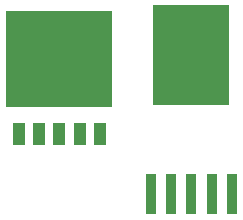
<source format=gbr>
G04 #@! TF.GenerationSoftware,KiCad,Pcbnew,5.0.0-rc3-unknown-3e22e5c~65~ubuntu16.04.1*
G04 #@! TF.CreationDate,2018-07-12T16:40:26-04:00*
G04 #@! TF.ProjectId,Phoenix_schema_ver3,50686F656E69785F736368656D615F76,rev?*
G04 #@! TF.SameCoordinates,Original*
G04 #@! TF.FileFunction,Paste,Top*
G04 #@! TF.FilePolarity,Positive*
%FSLAX46Y46*%
G04 Gerber Fmt 4.6, Leading zero omitted, Abs format (unit mm)*
G04 Created by KiCad (PCBNEW 5.0.0-rc3-unknown-3e22e5c~65~ubuntu16.04.1) date Thu Jul 12 16:40:26 2018*
%MOMM*%
%LPD*%
G01*
G04 APERTURE LIST*
%ADD10C,0.100000*%
%ADD11R,0.965200X3.505200*%
%ADD12R,6.553200X8.458200*%
%ADD13R,1.060000X1.920000*%
%ADD14R,9.090000X8.120000*%
G04 APERTURE END LIST*
D10*
G04 #@! TO.C,*
G36*
X116187569Y-101669430D02*
X116187569Y-100261240D01*
X117484244Y-100261240D01*
X117484244Y-101669430D01*
X116187569Y-101669430D01*
G37*
G36*
X114357400Y-101679600D02*
X114357400Y-100254800D01*
X115657800Y-100254800D01*
X115657800Y-101679600D01*
X114357400Y-101679600D01*
G37*
G36*
X118020830Y-101656170D02*
X118020830Y-100271150D01*
X119314150Y-100271150D01*
X119314150Y-101656170D01*
X118020830Y-101656170D01*
G37*
G36*
X112527950Y-101689050D02*
X112527950Y-100244470D01*
X113827470Y-100244470D01*
X113827470Y-101689050D01*
X112527950Y-101689050D01*
G37*
G36*
X119844330Y-101652670D02*
X119844330Y-100281660D01*
X121144660Y-100281660D01*
X121144660Y-101652670D01*
X119844330Y-101652670D01*
G37*
G36*
X112516230Y-103730771D02*
X112516230Y-102283610D01*
X113836610Y-102283610D01*
X113836610Y-103730771D01*
X112516230Y-103730771D01*
G37*
G36*
X112491930Y-105785070D02*
X112491930Y-104319930D01*
X113842930Y-104319930D01*
X113842930Y-105785070D01*
X112491930Y-105785070D01*
G37*
G36*
X112537880Y-99649120D02*
X112537880Y-98190760D01*
X113803760Y-98190760D01*
X113803760Y-99649120D01*
X112537880Y-99649120D01*
G37*
G36*
X114367510Y-99639490D02*
X114367510Y-98214320D01*
X115647320Y-98214320D01*
X115647320Y-99639490D01*
X114367510Y-99639490D01*
G37*
G36*
X116197695Y-99629310D02*
X116197695Y-98221850D01*
X117474854Y-98221850D01*
X117474854Y-99629310D01*
X116197695Y-99629310D01*
G37*
G36*
X118031030Y-99615970D02*
X118031030Y-98229490D01*
X119302490Y-98229490D01*
X119302490Y-99615970D01*
X118031030Y-99615970D01*
G37*
G36*
X119862210Y-99604790D02*
X119862210Y-98240430D01*
X121133430Y-98240430D01*
X121133430Y-99604790D01*
X119862210Y-99604790D01*
G37*
G36*
X119832630Y-103694371D02*
X119832630Y-102319930D01*
X121152930Y-102319930D01*
X121152930Y-103694371D01*
X119832630Y-103694371D01*
G37*
G36*
X119825110Y-105731890D02*
X119825110Y-104366298D01*
X121169300Y-104366298D01*
X121169300Y-105731890D01*
X119825110Y-105731890D01*
G37*
G36*
X118004720Y-103702276D02*
X118004720Y-102312030D01*
X119325030Y-102312030D01*
X119325030Y-103702276D01*
X118004720Y-103702276D01*
G37*
G36*
X117995650Y-105741350D02*
X117995650Y-104351665D01*
X119334670Y-104351665D01*
X119334670Y-105741350D01*
X117995650Y-105741350D01*
G37*
G36*
X114347280Y-103719721D02*
X114347280Y-102294630D01*
X115667630Y-102294630D01*
X115667630Y-103719721D01*
X114347280Y-103719721D01*
G37*
G36*
X114337210Y-105759790D02*
X114337210Y-104334730D01*
X115677730Y-104334730D01*
X115677730Y-105759790D01*
X114337210Y-105759790D01*
G37*
G36*
X116176338Y-103710662D02*
X116176338Y-102303690D01*
X117496687Y-102303690D01*
X117496687Y-103710662D01*
X116176338Y-103710662D01*
G37*
G36*
X116167079Y-105749920D02*
X116167079Y-104343378D01*
X117506378Y-104343378D01*
X117506378Y-105749920D01*
X116167079Y-105749920D01*
G37*
G04 #@! TD*
D11*
G04 #@! TO.C,*
X124612400Y-113449100D03*
X126314200Y-113449100D03*
X128016000Y-113449100D03*
X129717800Y-113449100D03*
X131419600Y-113449100D03*
D12*
X128016000Y-101650800D03*
G04 #@! TD*
D13*
G04 #@! TO.C,*
X113400000Y-108372000D03*
X115120000Y-108372000D03*
X116840000Y-108372000D03*
X118560000Y-108372000D03*
X120280000Y-108372000D03*
D14*
X116840000Y-101992000D03*
G04 #@! TD*
M02*

</source>
